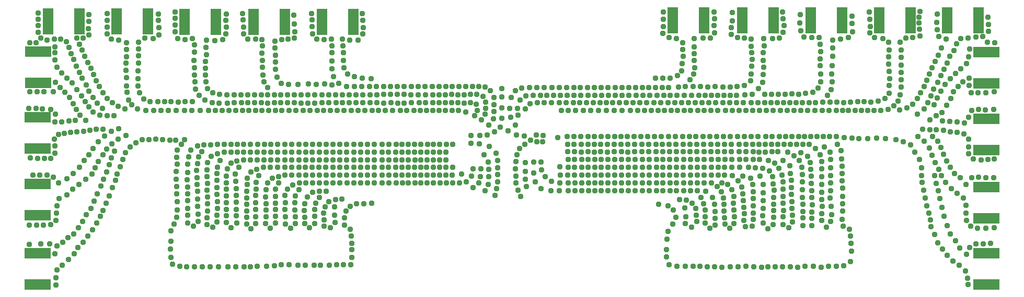
<source format=gbr>
G04 EAGLE Gerber RS-274X export*
G75*
%MOMM*%
%FSLAX34Y34*%
%LPD*%
%INSoldermask Bottom*%
%IPPOS*%
%AMOC8*
5,1,8,0,0,1.08239X$1,22.5*%
G01*
%ADD10R,1.727200X4.267200*%
%ADD11R,4.267200X1.727200*%
%ADD12C,0.959600*%


D10*
X100300Y966680D03*
X49500Y966680D03*
X211300Y966580D03*
X160500Y966580D03*
D11*
X33520Y917300D03*
X33520Y866500D03*
D10*
X321400Y965680D03*
X270600Y965680D03*
D11*
X32420Y810400D03*
X32420Y759600D03*
D10*
X432900Y965480D03*
X382100Y965480D03*
X544000Y965680D03*
X493200Y965680D03*
D11*
X32420Y702000D03*
X32420Y651200D03*
X32520Y589500D03*
X32520Y538700D03*
X1568980Y538660D03*
X1568980Y589460D03*
D10*
X1112340Y968120D03*
X1061540Y968120D03*
X1224340Y968260D03*
X1173540Y968260D03*
D11*
X1568980Y646600D03*
X1568980Y697400D03*
D10*
X1335400Y968120D03*
X1284600Y968120D03*
D11*
X1569260Y865600D03*
X1569260Y916400D03*
D10*
X1446460Y967980D03*
X1395660Y967980D03*
X1556460Y968120D03*
X1505660Y968120D03*
D11*
X1569260Y757540D03*
X1569260Y808340D03*
D12*
X703985Y860640D03*
X714716Y860585D03*
X725673Y860554D03*
X737006Y860679D03*
X746930Y860654D03*
X757022Y859338D03*
X766079Y853506D03*
X771760Y842424D03*
X772029Y830761D03*
X772012Y819593D03*
X770602Y808027D03*
X762900Y797900D03*
X751700Y806458D03*
X693491Y860513D03*
X682630Y860621D03*
X671633Y860650D03*
X660110Y860698D03*
X648527Y860706D03*
X637539Y860717D03*
X626351Y860632D03*
X615215Y860538D03*
X603921Y860534D03*
X593179Y860468D03*
X581403Y860223D03*
X569909Y860717D03*
X520600Y865400D03*
X511900Y876700D03*
X509000Y889600D03*
X508900Y901800D03*
X509100Y915500D03*
X508800Y927000D03*
X508500Y937700D03*
X526400Y937300D03*
X526900Y926600D03*
X528100Y915800D03*
X527600Y902700D03*
X528400Y891100D03*
X534700Y880800D03*
X545500Y876400D03*
X558700Y874400D03*
X572300Y873500D03*
X557604Y860428D03*
X545628Y860377D03*
X533237Y860425D03*
X757304Y815304D03*
X758154Y825198D03*
X758276Y835332D03*
X753603Y844680D03*
X743651Y847479D03*
X733387Y847580D03*
X723384Y847349D03*
X713311Y847326D03*
X703042Y847496D03*
X692678Y847377D03*
X682752Y847301D03*
X672716Y847275D03*
X660974Y847326D03*
X649242Y847377D03*
X637106Y847377D03*
X626196Y847656D03*
X615432Y847651D03*
X604357Y847560D03*
X593212Y847628D03*
X581734Y847428D03*
X740639Y813356D03*
X744644Y821731D03*
X743189Y831492D03*
X733557Y834034D03*
X723453Y833895D03*
X713113Y833968D03*
X703189Y834088D03*
X704390Y766633D03*
X704454Y728985D03*
X704390Y703758D03*
X737583Y726879D03*
X750265Y726455D03*
X763087Y726166D03*
X784563Y825581D03*
X797184Y825370D03*
X829005Y859028D03*
X809589Y824931D03*
X835391Y846541D03*
X822089Y824550D03*
X841845Y834093D03*
X880910Y821494D03*
X890623Y779379D03*
X891291Y766813D03*
X891372Y754344D03*
X891621Y741876D03*
X891515Y729366D03*
X891484Y716852D03*
X891614Y704210D03*
X848164Y737756D03*
X891611Y691355D03*
X835696Y737591D03*
X822858Y736864D03*
X570710Y847349D03*
X559544Y847288D03*
X548378Y847349D03*
X537032Y847044D03*
X526108Y846983D03*
X514761Y846925D03*
X503779Y847166D03*
X492854Y846983D03*
X480901Y847105D03*
X470040Y847105D03*
X459054Y847105D03*
X436857Y847275D03*
X426281Y847296D03*
X415795Y847225D03*
X405237Y847369D03*
X394678Y847225D03*
X383901Y847443D03*
X373035Y847019D03*
X362113Y846846D03*
X350665Y846846D03*
X339306Y847456D03*
X326984Y847982D03*
X316324Y850166D03*
X307937Y857245D03*
X305227Y868520D03*
X304439Y879119D03*
X304589Y900875D03*
X304589Y889846D03*
X714289Y821454D03*
X726156Y819031D03*
X632823Y753999D03*
X622864Y753991D03*
X612828Y753966D03*
X601086Y753999D03*
X590337Y753928D03*
X577855Y753915D03*
X566641Y753943D03*
X555788Y753915D03*
X544652Y753956D03*
X533016Y753979D03*
X521782Y753958D03*
X510738Y753956D03*
X499656Y753979D03*
X488539Y753969D03*
X477451Y753994D03*
X466535Y753991D03*
X455788Y753930D03*
X443868Y753905D03*
X433111Y753935D03*
X421036Y753918D03*
X409811Y753966D03*
X398775Y753991D03*
X376969Y753966D03*
X366392Y753986D03*
X355907Y753915D03*
X345455Y753781D03*
X334790Y753915D03*
X663191Y753963D03*
X653174Y753941D03*
X643232Y753991D03*
X694009Y753953D03*
X683722Y753925D03*
X673161Y753948D03*
X632902Y766618D03*
X622976Y766542D03*
X612940Y766516D03*
X601198Y766567D03*
X590448Y766478D03*
X577997Y766435D03*
X566651Y766615D03*
X555876Y766663D03*
X544764Y766557D03*
X533253Y766608D03*
X522018Y766425D03*
X510934Y766590D03*
X499768Y766529D03*
X488602Y766590D03*
X477538Y766567D03*
X466646Y766542D03*
X455900Y766481D03*
X444002Y766407D03*
X433222Y766486D03*
X421051Y766638D03*
X410312Y766564D03*
X399644Y766542D03*
X377081Y766516D03*
X366504Y766536D03*
X356019Y766465D03*
X345669Y766453D03*
X334902Y766465D03*
X388610Y766567D03*
X388148Y753958D03*
X694327Y766501D03*
X683806Y766445D03*
X673887Y766557D03*
X663745Y766572D03*
X653285Y766440D03*
X643362Y766559D03*
X692729Y834078D03*
X682803Y834070D03*
X672767Y834045D03*
X661025Y834095D03*
X650276Y834006D03*
X637825Y833963D03*
X626405Y833874D03*
X615726Y833877D03*
X604591Y834085D03*
X592897Y833851D03*
X581845Y833953D03*
X570761Y833984D03*
X559595Y834057D03*
X548465Y834060D03*
X537365Y834095D03*
X526473Y834070D03*
X515727Y834009D03*
X503829Y833935D03*
X493050Y834014D03*
X480952Y833874D03*
X470091Y833874D03*
X459105Y833874D03*
X436908Y834045D03*
X426331Y834065D03*
X415846Y833994D03*
X405394Y833859D03*
X394729Y833994D03*
X383952Y834001D03*
X372852Y834083D03*
X362367Y834085D03*
X350784Y834001D03*
X339636Y833910D03*
X662201Y821444D03*
X652275Y821385D03*
X642239Y821360D03*
X630497Y821411D03*
X619747Y821322D03*
X607647Y821454D03*
X595539Y821400D03*
X584944Y821446D03*
X574063Y821400D03*
X562453Y821378D03*
X551404Y821395D03*
X540233Y821433D03*
X529067Y821373D03*
X517901Y821433D03*
X506837Y821411D03*
X495945Y821385D03*
X485198Y821324D03*
X473862Y821398D03*
X462521Y821329D03*
X450629Y821451D03*
X439445Y821393D03*
X428275Y821433D03*
X406380Y821360D03*
X395803Y821380D03*
X385318Y821309D03*
X374762Y821421D03*
X364200Y821309D03*
X353423Y821317D03*
X342323Y821398D03*
X331838Y821400D03*
X320256Y821317D03*
X309108Y821312D03*
X417909Y821411D03*
X448437Y834095D03*
X692983Y821444D03*
X683024Y821431D03*
X672661Y821403D03*
X703552Y821383D03*
X448386Y847326D03*
X632877Y741449D03*
X622917Y741474D03*
X612882Y741449D03*
X601165Y741469D03*
X590403Y741459D03*
X577850Y741451D03*
X566694Y741426D03*
X555841Y741469D03*
X544675Y741462D03*
X533070Y741462D03*
X521835Y741441D03*
X510791Y741439D03*
X499709Y741462D03*
X488592Y741451D03*
X477505Y741462D03*
X466588Y741474D03*
X456019Y741421D03*
X444045Y741472D03*
X433164Y741459D03*
X421132Y741441D03*
X409865Y741449D03*
X398828Y741474D03*
X377022Y741449D03*
X366446Y741469D03*
X663245Y741446D03*
X653250Y741424D03*
X643473Y741424D03*
X694063Y741436D03*
X683776Y741429D03*
X673214Y741431D03*
X388201Y741441D03*
X633164Y703702D03*
X623265Y703715D03*
X613108Y703689D03*
X601426Y703679D03*
X590758Y703671D03*
X578137Y703666D03*
X567022Y703689D03*
X556128Y703666D03*
X544993Y703669D03*
X533357Y703725D03*
X522166Y703704D03*
X511078Y703705D03*
X499996Y703725D03*
X488879Y703666D03*
X477756Y703692D03*
X466804Y703725D03*
X456331Y703674D03*
X663428Y703699D03*
X653572Y703710D03*
X643590Y703671D03*
X694383Y703687D03*
X684098Y703677D03*
X673677Y703715D03*
X499948Y690778D03*
X488831Y690720D03*
X632884Y716483D03*
X622986Y716496D03*
X612828Y716471D03*
X601147Y716460D03*
X590479Y716453D03*
X577858Y716448D03*
X566743Y716471D03*
X555848Y716448D03*
X544713Y716450D03*
X533077Y716506D03*
X521886Y716486D03*
X510799Y716486D03*
X499717Y716506D03*
X488599Y716448D03*
X477477Y716473D03*
X466524Y716506D03*
X456052Y716455D03*
X444089Y716465D03*
X433276Y716491D03*
X663148Y716481D03*
X653293Y716491D03*
X643311Y716453D03*
X694103Y716468D03*
X683819Y716458D03*
X673397Y716496D03*
X326664Y833895D03*
X315450Y834258D03*
X303726Y838484D03*
X293825Y846277D03*
X288435Y856546D03*
X287269Y867982D03*
X286964Y879533D03*
X286591Y891370D03*
X285961Y903326D03*
X286172Y916859D03*
X286276Y928187D03*
X283444Y938571D03*
X305676Y912556D03*
X305361Y923676D03*
X306200Y935739D03*
X319380Y934865D03*
X332468Y936755D03*
X337627Y945817D03*
X338005Y956767D03*
X337627Y968347D03*
X338005Y978418D03*
X270965Y936996D03*
X259850Y938467D03*
X254818Y949269D03*
X255130Y960072D03*
X254818Y971507D03*
X254818Y981994D03*
X404825Y858586D03*
X399539Y868279D03*
X397276Y879607D03*
X396898Y891565D03*
X396519Y902894D03*
X396143Y914725D03*
X396268Y926810D03*
X395641Y937130D03*
X385196Y937509D03*
X373113Y937887D03*
X365816Y946193D03*
X365940Y957524D03*
X365313Y968726D03*
X364683Y979173D03*
X416530Y934362D03*
X416781Y922909D03*
X417535Y911705D03*
X417662Y900377D03*
X417411Y888670D03*
X420180Y875706D03*
X427098Y865510D03*
X439306Y864250D03*
X454406Y863999D03*
X471521Y864502D03*
X484104Y864377D03*
X497695Y864629D03*
X509148Y863496D03*
X427728Y936503D03*
X438300Y937384D03*
X448617Y939650D03*
X448996Y949594D03*
X448241Y962180D03*
X447736Y976279D03*
X496829Y936831D03*
X484899Y937588D03*
X477952Y946501D03*
X477197Y958286D03*
X476743Y969162D03*
X476593Y979437D03*
X558742Y979284D03*
X559044Y967804D03*
X559648Y956473D03*
X559499Y945896D03*
X551856Y936211D03*
X538216Y936318D03*
X282814Y836300D03*
X271175Y836092D03*
X260060Y835462D03*
X248735Y835673D03*
X238039Y835881D03*
X227343Y836407D03*
X214864Y836407D03*
X204272Y840600D03*
X197457Y850461D03*
X195044Y861370D03*
X195359Y873328D03*
X195463Y885810D03*
X195885Y899025D03*
X195778Y910460D03*
X195674Y921786D03*
X196304Y932172D03*
X206055Y938990D03*
X219687Y938779D03*
X229126Y944339D03*
X228707Y956612D03*
X227769Y968223D03*
X228021Y978291D03*
X145550Y979058D03*
X144920Y967834D03*
X144920Y956927D03*
X144816Y945703D03*
X152156Y937941D03*
X163901Y935634D03*
X176484Y932066D03*
X176484Y920529D03*
X176164Y909251D03*
X175989Y898324D03*
X175900Y886612D03*
X176774Y875076D03*
X176251Y861703D03*
X177038Y851129D03*
X179789Y838921D03*
X185250Y830544D03*
X194498Y824426D03*
X208232Y821411D03*
X220116Y821324D03*
X232438Y821411D03*
X244320Y821411D03*
X256903Y821411D03*
X270187Y821411D03*
X282595Y821411D03*
X295615Y821411D03*
X173660Y824098D03*
X163340Y828375D03*
X153650Y834166D03*
X145344Y841091D03*
X138046Y850278D03*
X132131Y860852D03*
X127351Y870041D03*
X123071Y880110D03*
X118542Y889930D03*
X113566Y899340D03*
X108953Y909411D03*
X104757Y919480D03*
X100249Y929444D03*
X95844Y939201D03*
X106025Y939361D03*
X115636Y944458D03*
X114981Y954730D03*
X115273Y966092D03*
X115519Y977075D03*
X79256Y933112D03*
X69820Y937570D03*
X59332Y937481D03*
X48026Y936262D03*
X37226Y938990D03*
X33660Y948746D03*
X33345Y959338D03*
X33241Y969617D03*
X33033Y980003D03*
X19835Y931365D03*
X30058Y931451D03*
X60381Y924984D03*
X60731Y915980D03*
X60818Y903920D03*
X63790Y891507D03*
X71412Y882663D03*
X79695Y874481D03*
X88715Y866196D03*
X96055Y855706D03*
X103815Y845426D03*
X109985Y836432D03*
X115395Y827369D03*
X122441Y818810D03*
X133515Y814405D03*
X144841Y812894D03*
X156040Y812767D03*
X137790Y824657D03*
X128877Y833468D03*
X122060Y843013D03*
X115453Y852978D03*
X111155Y863257D03*
X104750Y874316D03*
X100401Y883745D03*
X94963Y893534D03*
X90978Y904232D03*
X86810Y914204D03*
X83188Y923846D03*
X734245Y781281D03*
X734093Y768386D03*
X748505Y780623D03*
X748101Y767070D03*
X761098Y781685D03*
X772224Y787047D03*
X781477Y794784D03*
X784428Y808629D03*
X784763Y843839D03*
X784766Y857349D03*
X816651Y858091D03*
X806699Y853902D03*
X799236Y842736D03*
X814103Y838670D03*
X823143Y845467D03*
X829879Y832782D03*
X806214Y798251D03*
X798507Y810451D03*
X811007Y814151D03*
X749808Y714248D03*
X746760Y704088D03*
X738124Y695960D03*
X763016Y714248D03*
X762000Y701548D03*
X756920Y690880D03*
X762000Y737870D03*
X755396Y749554D03*
X735330Y715010D03*
X726948Y705866D03*
X715518Y703580D03*
X718820Y718058D03*
X163830Y791718D03*
X151892Y787400D03*
X140716Y780034D03*
X130556Y770890D03*
X121920Y760222D03*
X115316Y749808D03*
X107950Y740664D03*
X100330Y729234D03*
X90170Y719582D03*
X79756Y710946D03*
X66802Y704342D03*
X57912Y713232D03*
X47498Y716788D03*
X36068Y716534D03*
X24892Y716534D03*
X19304Y635000D03*
X30480Y635000D03*
X42164Y635508D03*
X53594Y636016D03*
X62230Y643382D03*
X63246Y654558D03*
X64008Y667004D03*
X67564Y678180D03*
X79756Y684530D03*
X89408Y693420D03*
X99568Y701294D03*
X110744Y709676D03*
X120650Y718312D03*
X125730Y728218D03*
X131064Y738632D03*
X138176Y749300D03*
X144272Y758952D03*
X153162Y767588D03*
X162814Y775208D03*
X175514Y781050D03*
X156718Y755904D03*
X152146Y744982D03*
X148336Y733298D03*
X144018Y721868D03*
X139192Y709930D03*
X134620Y698500D03*
X129286Y686562D03*
X124206Y674116D03*
X118618Y662686D03*
X111252Y652272D03*
X105664Y641350D03*
X98552Y631444D03*
X90932Y620776D03*
X270764Y774446D03*
X256413Y773303D03*
X246507Y773684D03*
X235204Y774573D03*
X224028Y774827D03*
X212852Y774446D03*
X201676Y774192D03*
X191770Y768858D03*
X182626Y762254D03*
X174752Y753364D03*
X170434Y742188D03*
X166624Y730504D03*
X161544Y718566D03*
X158750Y708406D03*
X153924Y696468D03*
X148844Y682498D03*
X143764Y671322D03*
X138430Y659384D03*
X134366Y649986D03*
X128016Y638556D03*
X121158Y627634D03*
X113538Y617220D03*
X106172Y607568D03*
X98044Y598678D03*
X91948Y589026D03*
X82296Y579120D03*
X72644Y570230D03*
X64262Y562356D03*
X61976Y549910D03*
X61976Y538226D03*
X81534Y614680D03*
X72898Y607822D03*
X63500Y601726D03*
X60452Y589026D03*
X51816Y605282D03*
X37846Y605282D03*
X18796Y604266D03*
X773684Y684022D03*
X776224Y694690D03*
X777494Y705866D03*
X777748Y717804D03*
X777748Y728726D03*
X777748Y740664D03*
X775208Y752094D03*
X764032Y763016D03*
X814832Y681990D03*
X810514Y692150D03*
X806958Y703580D03*
X806958Y715010D03*
X806450Y726440D03*
X807466Y738378D03*
X808736Y749554D03*
X813562Y759968D03*
X821436Y766826D03*
X831088Y773176D03*
X821182Y779780D03*
X808482Y781558D03*
X794258Y788670D03*
X851154Y781050D03*
X840232Y781558D03*
X840740Y770890D03*
X850646Y770890D03*
X323850Y766572D03*
X313182Y766064D03*
X302006Y765556D03*
X291338Y764032D03*
X280924Y757682D03*
X277622Y745998D03*
X275590Y734314D03*
X275336Y720852D03*
X275082Y708914D03*
X275590Y697484D03*
X275844Y685800D03*
X275590Y674878D03*
X275336Y662432D03*
X275844Y651256D03*
X275336Y638810D03*
X284734Y633476D03*
X292100Y641350D03*
X292100Y653034D03*
X291338Y665480D03*
X291592Y677672D03*
X291338Y690626D03*
X291084Y701548D03*
X290576Y712216D03*
X289814Y724662D03*
X291592Y735076D03*
X293624Y745998D03*
X298450Y755142D03*
X323850Y751586D03*
X313944Y746760D03*
X307848Y737108D03*
X306832Y725424D03*
X307086Y714248D03*
X307340Y703072D03*
X306832Y692150D03*
X307340Y680974D03*
X307340Y670052D03*
X307340Y658622D03*
X307086Y647446D03*
X306578Y636270D03*
X315976Y631952D03*
X323088Y640080D03*
X322834Y651256D03*
X323850Y662686D03*
X323596Y673608D03*
X323088Y685546D03*
X322580Y696468D03*
X322580Y707898D03*
X322834Y718820D03*
X323596Y729488D03*
X328168Y740664D03*
X354838Y739902D03*
X345440Y735838D03*
X339852Y726440D03*
X338582Y715010D03*
X338328Y704342D03*
X338582Y693928D03*
X338328Y682498D03*
X338074Y671830D03*
X338328Y661162D03*
X338074Y650494D03*
X338074Y639572D03*
X345948Y630936D03*
X354838Y638810D03*
X354584Y650240D03*
X354330Y661162D03*
X354330Y672338D03*
X354584Y684022D03*
X354330Y694944D03*
X353568Y706374D03*
X352806Y718058D03*
X358140Y729488D03*
X387350Y726186D03*
X377698Y721614D03*
X372110Y711962D03*
X372110Y701294D03*
X371094Y690372D03*
X371348Y679704D03*
X371348Y669036D03*
X371348Y658622D03*
X370840Y648208D03*
X371094Y637032D03*
X378206Y629666D03*
X385572Y637540D03*
X385826Y648970D03*
X385826Y660400D03*
X385826Y671830D03*
X385826Y683514D03*
X386080Y693928D03*
X386842Y704850D03*
X390906Y716026D03*
X422910Y713994D03*
X412750Y711708D03*
X405130Y703834D03*
X402590Y693166D03*
X401828Y680974D03*
X402590Y670306D03*
X402336Y659892D03*
X402590Y649224D03*
X402082Y637794D03*
X409448Y630428D03*
X417830Y638810D03*
X417576Y649478D03*
X417576Y660400D03*
X417576Y670560D03*
X417830Y682244D03*
X417576Y693674D03*
X422656Y703580D03*
X445770Y700532D03*
X437642Y694182D03*
X433070Y683514D03*
X433832Y671576D03*
X433324Y660654D03*
X433578Y649224D03*
X433578Y637032D03*
X441960Y630428D03*
X450088Y637540D03*
X450088Y648716D03*
X449326Y660146D03*
X448818Y671576D03*
X449834Y682498D03*
X455930Y692658D03*
X477774Y688340D03*
X469646Y681228D03*
X465074Y670306D03*
X464566Y659384D03*
X464820Y648462D03*
X464820Y637794D03*
X472948Y631190D03*
X481076Y637794D03*
X481076Y649478D03*
X481330Y660400D03*
X483108Y670814D03*
X488696Y680212D03*
X525526Y677926D03*
X514858Y677164D03*
X503936Y673608D03*
X498094Y665226D03*
X496062Y654558D03*
X496316Y644144D03*
X496570Y633476D03*
X506476Y631444D03*
X514350Y639572D03*
X513588Y651256D03*
X513842Y664972D03*
X573278Y670814D03*
X561086Y670306D03*
X549148Y670052D03*
X538734Y666242D03*
X532130Y657860D03*
X529844Y647446D03*
X529336Y635762D03*
X539242Y628396D03*
X540258Y617220D03*
X541274Y606044D03*
X541020Y595376D03*
X541020Y583184D03*
X539496Y571246D03*
X528066Y570738D03*
X516890Y570738D03*
X504698Y570484D03*
X490220Y570484D03*
X480060Y570230D03*
X466344Y570484D03*
X453898Y570484D03*
X440182Y570738D03*
X427228Y570738D03*
X415798Y568960D03*
X403606Y568706D03*
X387858Y568452D03*
X377190Y567436D03*
X366776Y567436D03*
X353060Y567944D03*
X341122Y567944D03*
X325882Y567944D03*
X312166Y567690D03*
X299212Y567690D03*
X286512Y567944D03*
X273812Y567944D03*
X262636Y568198D03*
X251206Y572008D03*
X248412Y583184D03*
X247904Y596392D03*
X248666Y609092D03*
X248412Y626110D03*
X253492Y637286D03*
X257556Y648462D03*
X258318Y660146D03*
X258572Y673354D03*
X258064Y686054D03*
X257810Y698246D03*
X257048Y710184D03*
X257302Y722630D03*
X258572Y734314D03*
X257556Y745490D03*
X258572Y757428D03*
X265176Y766826D03*
X110414Y805790D03*
X101498Y814070D03*
X95072Y823163D03*
X90094Y832942D03*
X84328Y842391D03*
X76454Y850951D03*
X69291Y859003D03*
X61163Y867461D03*
X19583Y851814D03*
X31445Y852094D03*
X42291Y851738D03*
X57937Y852449D03*
X17831Y824992D03*
X29972Y824916D03*
X40107Y824027D03*
X53391Y823341D03*
X61417Y815289D03*
X60300Y802970D03*
X71831Y803326D03*
X82931Y804545D03*
X93599Y805688D03*
X138582Y791337D03*
X127584Y790905D03*
X117272Y789686D03*
X106705Y788187D03*
X96114Y787248D03*
X85725Y786359D03*
X75946Y784784D03*
X66497Y782777D03*
X59411Y775081D03*
X60706Y764337D03*
X60503Y752170D03*
X53696Y743356D03*
X43409Y743687D03*
X32918Y743585D03*
X20345Y744423D03*
X632579Y729005D03*
X622681Y729018D03*
X612524Y728993D03*
X600842Y728983D03*
X590174Y728975D03*
X577553Y728970D03*
X566438Y728993D03*
X555544Y728970D03*
X544408Y728972D03*
X532773Y729028D03*
X521581Y729008D03*
X510494Y729008D03*
X499412Y729028D03*
X488295Y728970D03*
X477172Y728995D03*
X466220Y729028D03*
X455747Y728978D03*
X443784Y728988D03*
X432971Y729013D03*
X420870Y728995D03*
X409567Y728932D03*
X398531Y728957D03*
X662843Y729003D03*
X652988Y729013D03*
X643006Y728975D03*
X693798Y728990D03*
X683514Y728980D03*
X673092Y729018D03*
X1011898Y859049D03*
X1022528Y859045D03*
X1033485Y859015D03*
X1044715Y859037D03*
X1054792Y859013D03*
X1001454Y858974D03*
X990340Y859031D03*
X979394Y859009D03*
X967871Y858980D03*
X956312Y858988D03*
X945249Y859051D03*
X934137Y858991D03*
X922976Y859023D03*
X911656Y858969D03*
X900957Y858997D03*
X889290Y859014D03*
X877263Y858999D03*
X865364Y859040D03*
X853388Y858990D03*
X840998Y859038D03*
X1164628Y846564D03*
X1154524Y846562D03*
X1144273Y846564D03*
X1134003Y846557D03*
X1123818Y846564D03*
X1113714Y846564D03*
X1103678Y846539D03*
X1092037Y846539D03*
X1080204Y846564D03*
X1068194Y846539D03*
X1057321Y846554D03*
X1046495Y846559D03*
X1035573Y846569D03*
X1024225Y846562D03*
X1012822Y846564D03*
X1001672Y846562D03*
X990506Y846552D03*
X979340Y846562D03*
X968197Y846562D03*
X957222Y846551D03*
X945901Y846569D03*
X934791Y846531D03*
X923790Y846551D03*
X912040Y846546D03*
X901103Y846546D03*
X890169Y846549D03*
X867819Y846539D03*
X857242Y846559D03*
X846757Y846539D03*
X879246Y846539D03*
X704378Y716486D03*
X1398133Y821555D03*
X1346045Y821563D03*
X1336119Y821487D03*
X1326083Y821461D03*
X1314341Y821512D03*
X1303625Y821456D03*
X1291491Y821555D03*
X1279383Y821502D03*
X1268788Y821548D03*
X1257907Y821502D03*
X1246297Y821479D03*
X1235248Y821497D03*
X1224077Y821535D03*
X1212911Y821474D03*
X1201745Y821535D03*
X1190681Y821512D03*
X1179789Y821487D03*
X1169043Y821459D03*
X1157707Y821499D03*
X1146825Y821550D03*
X1134473Y821553D03*
X1123290Y821494D03*
X1112119Y821535D03*
X1090224Y821461D03*
X1079647Y821482D03*
X1069162Y821436D03*
X1058606Y821522D03*
X1048121Y821487D03*
X1037318Y821444D03*
X1026168Y821499D03*
X1015683Y821502D03*
X1004151Y821520D03*
X992901Y821530D03*
X1101753Y821512D03*
X1376827Y821545D03*
X1366868Y821533D03*
X1356505Y821505D03*
X1387396Y821484D03*
X892076Y821512D03*
X903943Y821461D03*
X916282Y821512D03*
X928164Y821512D03*
X940747Y821512D03*
X954032Y821512D03*
X966440Y821512D03*
X979460Y821512D03*
X1271431Y834051D03*
X1261403Y834013D03*
X1251012Y834138D03*
X1241063Y834003D03*
X1230603Y834061D03*
X1220677Y834036D03*
X1210641Y834061D03*
X1198899Y834011D03*
X1188073Y834023D03*
X1175673Y834031D03*
X1164253Y834044D03*
X1153600Y834046D03*
X1142465Y834000D03*
X1130796Y834046D03*
X1119745Y834021D03*
X1108635Y834033D03*
X1097317Y834089D03*
X1086303Y834033D03*
X1075239Y834011D03*
X1064322Y834010D03*
X1053550Y834026D03*
X1041678Y834028D03*
X1030949Y834005D03*
X1018978Y833993D03*
X1007964Y833993D03*
X996954Y833993D03*
X974858Y834061D03*
X964205Y834031D03*
X953771Y834061D03*
X943268Y834028D03*
X932603Y834011D03*
X921825Y834018D03*
X910726Y833998D03*
X900241Y834000D03*
X888633Y833993D03*
X877155Y834104D03*
X986311Y834011D03*
X864615Y834115D03*
X853248Y834071D03*
X1282570Y766658D03*
X1211031Y766846D03*
X1201029Y766821D03*
X1190993Y766796D03*
X1179378Y766796D03*
X1168502Y766834D03*
X1156051Y766790D03*
X1144704Y766793D03*
X1133930Y766765D03*
X1122817Y766785D03*
X1111407Y766785D03*
X1100071Y766780D03*
X1089038Y766793D03*
X1077796Y766808D03*
X1066655Y766844D03*
X1055693Y766846D03*
X1044674Y766821D03*
X1033953Y766836D03*
X1022055Y766762D03*
X1011276Y766841D03*
X999129Y766816D03*
X988365Y766844D03*
X977748Y766846D03*
X955134Y766821D03*
X944557Y766816D03*
X934072Y766821D03*
X923722Y766808D03*
X912955Y766821D03*
X966663Y766846D03*
X1272380Y766856D03*
X1261859Y766801D03*
X1252017Y766785D03*
X1241849Y766801D03*
X1231339Y766796D03*
X1221466Y766813D03*
X901624Y766826D03*
X1325865Y779257D03*
X1315403Y779234D03*
X1305291Y779358D03*
X1295100Y779358D03*
X1254242Y779292D03*
X1244316Y779267D03*
X1234280Y779394D03*
X1222538Y779394D03*
X1211788Y779356D03*
X1199337Y779313D03*
X1188019Y779275D03*
X1177239Y779277D03*
X1166104Y779402D03*
X1154206Y779379D03*
X1143358Y779302D03*
X1132274Y779366D03*
X1121108Y779407D03*
X1109957Y779399D03*
X1098878Y779409D03*
X1088022Y779402D03*
X1077239Y779358D03*
X1065342Y779285D03*
X1054562Y779363D03*
X1042464Y779275D03*
X1031705Y779325D03*
X1020592Y779275D03*
X998421Y779394D03*
X987844Y779414D03*
X977359Y779343D03*
X966907Y779259D03*
X956241Y779343D03*
X945464Y779351D03*
X934364Y779381D03*
X923897Y779384D03*
X912297Y779351D03*
X901149Y779259D03*
X1009950Y779412D03*
X1284889Y779371D03*
X1274625Y779318D03*
X1264930Y779361D03*
X1211285Y754324D03*
X1201257Y754324D03*
X1191222Y754350D03*
X1179606Y754350D03*
X1168730Y754362D03*
X1156279Y754344D03*
X1144933Y754347D03*
X1134133Y754344D03*
X1123046Y754339D03*
X1111636Y754339D03*
X1100300Y754334D03*
X1089266Y754347D03*
X1078024Y754362D03*
X1066935Y754347D03*
X1055921Y754350D03*
X1044903Y754350D03*
X1034181Y754365D03*
X1022360Y754367D03*
X1011479Y754344D03*
X999510Y754339D03*
X988593Y754322D03*
X977976Y754349D03*
X955363Y754324D03*
X944786Y754344D03*
X934326Y754324D03*
X923950Y754362D03*
X913133Y754324D03*
X966815Y754349D03*
X1231567Y754350D03*
X1221694Y754367D03*
X901827Y754329D03*
X1072007Y676859D03*
X1083361Y676148D03*
X1092886Y671347D03*
X1098474Y662076D03*
X1099541Y651586D03*
X1099871Y641274D03*
X1091667Y631571D03*
X1081964Y637515D03*
X1082065Y648614D03*
X1080567Y663296D03*
X1106703Y680517D03*
X1110894Y670382D03*
X1113434Y659892D03*
X1113942Y648792D03*
X1113688Y638480D03*
X1121461Y630606D03*
X1130122Y635508D03*
X1129843Y646354D03*
X1129843Y657784D03*
X1129157Y669239D03*
X1125830Y680517D03*
X1114476Y690220D03*
X1132865Y697941D03*
X1139850Y689381D03*
X1143432Y679475D03*
X1144092Y669163D03*
X1144219Y658292D03*
X1145057Y647319D03*
X1145540Y637184D03*
X1153135Y630072D03*
X1160475Y637845D03*
X1160780Y649199D03*
X1160297Y659816D03*
X1159866Y670560D03*
X1160170Y681965D03*
X1156792Y692734D03*
X1150544Y701777D03*
X1140841Y703809D03*
X1157732Y715467D03*
X1167130Y707314D03*
X1173048Y696824D03*
X1174928Y686181D03*
X1175156Y675411D03*
X1176528Y664108D03*
X1176833Y653771D03*
X1176452Y642925D03*
X1179297Y632714D03*
X1190015Y633298D03*
X1191539Y644373D03*
X1191971Y655091D03*
X1191616Y666725D03*
X1191463Y678459D03*
X1191235Y689534D03*
X1190574Y701396D03*
X1187171Y711378D03*
X1175029Y715315D03*
X1183970Y729005D03*
X1195400Y728142D03*
X1206983Y727558D03*
X1217676Y723697D03*
X1223061Y713943D03*
X1224229Y702564D03*
X1225245Y691947D03*
X1224559Y680085D03*
X1224915Y669163D03*
X1224737Y658851D03*
X1224864Y647675D03*
X1223645Y636219D03*
X1215441Y629844D03*
X1208049Y639064D03*
X1206830Y650291D03*
X1207567Y662737D03*
X1208075Y675361D03*
X1207973Y687680D03*
X1208075Y701497D03*
X1202665Y715035D03*
X1216000Y740766D03*
X1226693Y736371D03*
X1233348Y727685D03*
X1238123Y716610D03*
X1239774Y705409D03*
X1239774Y693572D03*
X1239647Y682244D03*
X1240155Y670535D03*
X1240536Y659079D03*
X1240155Y648640D03*
X1240155Y636422D03*
X1249451Y631393D03*
X1255497Y640207D03*
X1254735Y651408D03*
X1254633Y662229D03*
X1254506Y673557D03*
X1253490Y685140D03*
X1253363Y696468D03*
X1253617Y707796D03*
X1252093Y719379D03*
X1250848Y731571D03*
X1240028Y740131D03*
X1247699Y753974D03*
X1257402Y747700D03*
X1266063Y740512D03*
X1270102Y729183D03*
X1271118Y717220D03*
X1270991Y705409D03*
X1271346Y692937D03*
X1270991Y680593D03*
X1271854Y669265D03*
X1272362Y657555D03*
X1271981Y646862D03*
X1272108Y634644D03*
X1286459Y634898D03*
X1286332Y646100D03*
X1286713Y656819D03*
X1287475Y668757D03*
X1286078Y680212D03*
X1286332Y691312D03*
X1285570Y703377D03*
X1285316Y714705D03*
X1284935Y725653D03*
X1284326Y736981D03*
X1279652Y747446D03*
X1268578Y752856D03*
X1292123Y759765D03*
X1299921Y749452D03*
X1302309Y738251D03*
X1302690Y726415D03*
X1302563Y713715D03*
X1302817Y701370D03*
X1302436Y688416D03*
X1302563Y676707D03*
X1303198Y665505D03*
X1302436Y653796D03*
X1302944Y642849D03*
X1309853Y632257D03*
X1317295Y641198D03*
X1318666Y652272D03*
X1317930Y665759D03*
X1316406Y679348D03*
X1316787Y691413D03*
X1317295Y704266D03*
X1317041Y715975D03*
X1316787Y728294D03*
X1317295Y741655D03*
X1316279Y753491D03*
X1306728Y762660D03*
X1328039Y766801D03*
X1333475Y756107D03*
X1334389Y743052D03*
X1335278Y730707D03*
X1335837Y718922D03*
X1335837Y706958D03*
X1336751Y695350D03*
X1336751Y682295D03*
X1336370Y670331D03*
X1336192Y658368D03*
X1335837Y644957D03*
X1337462Y633527D03*
X1347699Y628777D03*
X1349426Y617245D03*
X1349654Y605485D03*
X1351178Y592658D03*
X1349426Y576123D03*
X1337894Y569163D03*
X1326159Y568731D03*
X1313967Y568071D03*
X1302029Y566979D03*
X1288974Y568071D03*
X1275486Y568731D03*
X1263752Y567207D03*
X1251788Y567411D03*
X1239393Y567868D03*
X1227201Y567868D03*
X1215669Y567868D03*
X1204798Y567207D03*
X1192632Y567639D03*
X1179373Y568300D03*
X1167181Y567411D03*
X1154125Y567411D03*
X1140866Y567207D03*
X1128700Y567868D03*
X1116940Y567868D03*
X1105205Y568071D03*
X1094537Y568503D03*
X1081507Y568300D03*
X1067791Y568731D03*
X1055116Y570967D03*
X1051128Y583311D03*
X1051128Y595808D03*
X1052043Y612673D03*
X1054024Y625196D03*
X1061085Y636778D03*
X1066521Y647675D03*
X1062177Y659994D03*
X1053287Y667080D03*
X1038250Y669595D03*
X822884Y722986D03*
X822858Y710235D03*
X824459Y698170D03*
X877672Y690931D03*
X863600Y690956D03*
X847598Y694512D03*
X838606Y705256D03*
X835635Y719760D03*
X849097Y725018D03*
X854329Y713994D03*
X864641Y706399D03*
X878357Y704113D03*
X879323Y716839D03*
X878103Y730606D03*
X875284Y777570D03*
X1123706Y704200D03*
X1112297Y704225D03*
X1100960Y704195D03*
X1089927Y704233D03*
X1078685Y704223D03*
X1067595Y704157D03*
X1056607Y704210D03*
X1045563Y704235D03*
X1034816Y704200D03*
X1023021Y704228D03*
X1012139Y704205D03*
X1000171Y704225D03*
X989254Y704233D03*
X978662Y704210D03*
X956023Y704235D03*
X945421Y704230D03*
X934987Y704235D03*
X924560Y704223D03*
X913793Y704235D03*
X967476Y704235D03*
X902513Y704215D03*
X1145492Y716831D03*
X1134641Y716854D03*
X1123554Y716824D03*
X1112144Y716849D03*
X1100808Y716818D03*
X1089774Y716857D03*
X1078532Y716846D03*
X1067443Y716780D03*
X1056455Y716834D03*
X1045411Y716859D03*
X1034664Y716824D03*
X1022868Y716852D03*
X1011987Y716829D03*
X1000018Y716848D03*
X989101Y716857D03*
X978510Y716834D03*
X955871Y716859D03*
X945269Y716854D03*
X934834Y716859D03*
X924408Y716846D03*
X913641Y716859D03*
X967323Y716859D03*
X902360Y716839D03*
X1169213Y729419D03*
X1156762Y729402D03*
X1145416Y729404D03*
X1134615Y729402D03*
X1123528Y729397D03*
X1112119Y729397D03*
X1100783Y729391D03*
X1089749Y729404D03*
X1078507Y729419D03*
X1067417Y729404D03*
X1056404Y729407D03*
X1045385Y729407D03*
X1034664Y729422D03*
X1022843Y729425D03*
X1011961Y729402D03*
X999993Y729396D03*
X989076Y729379D03*
X978459Y729407D03*
X955845Y729381D03*
X945269Y729402D03*
X934809Y729381D03*
X924382Y729369D03*
X913615Y729381D03*
X967298Y729407D03*
X902310Y729386D03*
X1201842Y741903D03*
X1191806Y741929D03*
X1180191Y741929D03*
X1169314Y741891D03*
X1156863Y741924D03*
X1145517Y741926D03*
X1134717Y741924D03*
X1123630Y741919D03*
X1112220Y741919D03*
X1100884Y741914D03*
X1089851Y741926D03*
X1078608Y741909D03*
X1067519Y741926D03*
X1056505Y741929D03*
X1045487Y741929D03*
X1034766Y741909D03*
X1022960Y741878D03*
X1012063Y741924D03*
X1000094Y741918D03*
X989178Y741901D03*
X978560Y741929D03*
X955947Y741904D03*
X945370Y741924D03*
X934911Y741904D03*
X924484Y741891D03*
X913717Y741904D03*
X967400Y741929D03*
X902411Y741909D03*
X1070153Y859638D03*
X1081938Y860908D03*
X1094080Y860171D03*
X1106221Y860349D03*
X1118362Y859993D03*
X1130148Y860171D03*
X1142111Y859993D03*
X1154074Y859993D03*
X1165657Y860171D03*
X1177265Y862355D03*
X1187399Y869975D03*
X1188491Y881024D03*
X1188847Y893343D03*
X1189761Y904240D03*
X1189228Y915848D03*
X1188314Y926160D03*
X1188136Y937412D03*
X1177265Y939038D03*
X1166012Y940130D03*
X1156411Y944855D03*
X1156411Y956081D03*
X1157351Y967664D03*
X1157656Y980491D03*
X1239342Y981710D03*
X1240104Y970813D03*
X1241476Y959790D03*
X1240104Y948309D03*
X1234059Y938936D03*
X1222731Y938200D03*
X1208405Y938352D03*
X1209446Y926414D03*
X1207795Y915391D03*
X1208100Y902995D03*
X1208253Y892277D03*
X1207795Y879881D03*
X1206576Y867181D03*
X1199947Y856920D03*
X1177696Y846684D03*
X1189533Y848208D03*
X1209878Y848106D03*
X1220953Y848233D03*
X1232027Y847954D03*
X1243025Y847954D03*
X1254227Y848462D03*
X1265504Y848233D03*
X1276502Y849655D03*
X1288136Y850875D03*
X1296746Y857809D03*
X1300658Y868553D03*
X1301115Y881075D03*
X1300353Y894080D03*
X1300201Y905866D03*
X1300810Y917499D03*
X1300048Y928827D03*
X1298245Y940003D03*
X1286154Y939851D03*
X1273480Y941070D03*
X1268730Y950849D03*
X1267384Y963524D03*
X1268222Y977392D03*
X1320063Y935787D03*
X1333119Y937768D03*
X1345971Y940308D03*
X1352677Y949731D03*
X1351407Y963168D03*
X1351610Y974776D03*
X1320622Y923265D03*
X1320241Y909853D03*
X1319708Y894258D03*
X1318971Y881024D03*
X1319352Y867969D03*
X1317904Y855447D03*
X1311910Y846201D03*
X1281913Y834034D03*
X1292454Y834619D03*
X1304544Y835000D03*
X1316406Y835000D03*
X1327125Y835127D03*
X1337970Y834619D03*
X1348740Y835279D03*
X1360678Y836016D03*
X1370965Y836219D03*
X1382471Y835355D03*
X1393977Y836600D03*
X1405026Y840816D03*
X1411808Y849706D03*
X1412088Y862508D03*
X1412900Y873455D03*
X1411554Y885393D03*
X1410538Y897103D03*
X1410792Y908812D03*
X1411427Y920267D03*
X1410665Y932612D03*
X1401724Y938759D03*
X1388389Y940283D03*
X1380465Y947572D03*
X1381227Y958037D03*
X1380719Y969493D03*
X1379576Y981685D03*
X1429918Y932358D03*
X1438605Y939267D03*
X1449680Y940410D03*
X1461872Y942416D03*
X1460627Y953618D03*
X1459738Y963828D03*
X1460373Y972998D03*
X1461364Y982574D03*
X1431417Y919505D03*
X1430934Y907669D03*
X1431163Y894969D03*
X1431036Y883133D03*
X1430960Y871855D03*
X1431163Y859587D03*
X1429690Y846988D03*
X1426439Y837032D03*
X1419098Y829158D03*
X1409776Y822985D03*
X1429080Y822655D03*
X1440282Y826237D03*
X1449832Y831799D03*
X1457173Y841019D03*
X1462837Y850367D03*
X1468603Y860425D03*
X1472692Y870814D03*
X1476883Y881304D03*
X1481074Y891362D03*
X1486002Y901344D03*
X1491056Y911403D03*
X1496670Y923239D03*
X1504213Y937285D03*
X1491996Y942111D03*
X1489583Y952551D03*
X1489126Y964336D03*
X1489735Y978535D03*
X1520698Y930021D03*
X1527480Y938352D03*
X1539723Y939698D03*
X1552245Y940613D03*
X1563421Y941527D03*
X1572336Y950138D03*
X1572946Y961009D03*
X1572184Y972947D03*
X1516761Y918845D03*
X1510106Y909498D03*
X1506042Y898296D03*
X1500759Y888492D03*
X1495781Y878662D03*
X1490091Y867359D03*
X1484122Y856336D03*
X1479728Y845210D03*
X1474470Y834517D03*
X1468196Y823824D03*
X1457071Y815315D03*
X1484325Y831164D03*
X1489786Y842061D03*
X1495450Y852983D03*
X1502054Y864108D03*
X1510538Y873633D03*
X1519149Y881609D03*
X1528166Y889381D03*
X1537310Y897560D03*
X1540459Y908888D03*
X1541831Y921868D03*
X1582750Y931697D03*
X1570660Y932307D03*
X1540916Y873989D03*
X1541221Y862203D03*
X1544549Y850570D03*
X1555725Y850570D03*
X1568704Y850570D03*
X1582141Y851764D03*
X1531569Y868248D03*
X1523263Y860247D03*
X1515694Y852068D03*
X1511783Y841350D03*
X1505128Y830478D03*
X1497279Y818540D03*
X1488364Y813410D03*
X1477493Y806450D03*
X1498041Y804951D03*
X1509801Y804189D03*
X1521435Y803123D03*
X1533373Y801014D03*
X1540307Y810692D03*
X1545158Y821868D03*
X1556639Y823366D03*
X1567942Y822630D03*
X1581252Y823062D03*
X1582064Y742950D03*
X1571574Y742213D03*
X1560576Y741375D03*
X1547978Y742645D03*
X1540739Y751129D03*
X1540434Y762559D03*
X1540129Y774725D03*
X1532458Y783234D03*
X1521460Y785952D03*
X1510767Y786994D03*
X1499743Y789102D03*
X1488313Y790346D03*
X1477518Y790346D03*
X1465783Y791312D03*
X1482344Y779653D03*
X1490523Y771474D03*
X1495755Y761822D03*
X1499946Y750926D03*
X1504569Y739902D03*
X1510665Y729513D03*
X1518006Y719557D03*
X1526946Y712191D03*
X1536243Y701243D03*
X1545184Y712318D03*
X1556385Y712953D03*
X1568475Y712318D03*
X1580794Y712445D03*
X1581988Y631063D03*
X1568704Y630606D03*
X1554963Y630606D03*
X1543787Y633933D03*
X1536852Y642976D03*
X1536548Y655218D03*
X1535938Y667918D03*
X1531849Y679704D03*
X1522044Y686943D03*
X1512672Y694512D03*
X1503020Y704926D03*
X1496670Y715950D03*
X1492606Y726237D03*
X1486662Y736854D03*
X1480998Y748563D03*
X1476858Y760527D03*
X1468298Y771474D03*
X1458468Y779653D03*
X1485036Y715797D03*
X1487907Y703275D03*
X1491234Y691337D03*
X1493495Y678485D03*
X1496974Y664134D03*
X1500607Y649478D03*
X1505433Y634517D03*
X1511173Y621233D03*
X1519174Y609752D03*
X1525676Y597967D03*
X1537157Y588137D03*
X1541831Y598881D03*
X1552702Y605053D03*
X1564183Y604926D03*
X1576095Y605663D03*
X1539265Y538886D03*
X1538961Y549021D03*
X1535328Y560959D03*
X1524914Y570179D03*
X1514805Y576961D03*
X1506042Y586181D03*
X1497889Y596316D03*
X1490193Y606730D03*
X1485036Y619709D03*
X1479753Y632866D03*
X1478407Y643585D03*
X1475842Y655066D03*
X1472819Y666394D03*
X1469949Y679094D03*
X1467841Y692074D03*
X1465224Y704418D03*
X1464335Y716204D03*
X1464132Y728726D03*
X1460881Y742315D03*
X1453642Y753745D03*
X1446733Y765531D03*
X1434592Y770788D03*
X1422451Y773862D03*
X1405966Y776224D03*
X1391869Y776529D03*
X1376782Y776097D03*
X1363040Y776097D03*
X1351255Y776681D03*
X1338555Y777748D03*
X1032993Y874420D03*
X1045185Y873989D03*
X1056716Y874420D03*
X1068451Y878332D03*
X1075842Y886155D03*
X1076706Y897484D03*
X1077798Y910082D03*
X1077595Y920750D03*
X1077138Y932078D03*
X1067359Y938606D03*
X1054964Y940130D03*
X1045108Y947191D03*
X1046353Y957529D03*
X1046226Y969493D03*
X1046353Y981685D03*
X1128014Y981812D03*
X1128776Y970610D03*
X1128522Y959663D03*
X1128903Y947572D03*
X1122375Y939394D03*
X1110539Y939013D03*
X1096061Y938149D03*
X1096061Y925170D03*
X1096315Y914095D03*
X1096315Y903275D03*
X1096950Y891438D03*
X1095426Y880999D03*
X1088898Y871169D03*
X1100960Y691342D03*
X1089927Y691380D03*
X1078685Y691370D03*
X1067595Y691304D03*
X1056607Y691358D03*
X1045563Y691383D03*
X1034816Y691347D03*
X1023021Y691375D03*
X1012139Y691352D03*
X1000171Y691372D03*
X989254Y691380D03*
X978662Y691357D03*
X956023Y691383D03*
X945421Y691378D03*
X934987Y691383D03*
X924560Y691370D03*
X913793Y691383D03*
X967476Y691383D03*
X902513Y691363D03*
M02*

</source>
